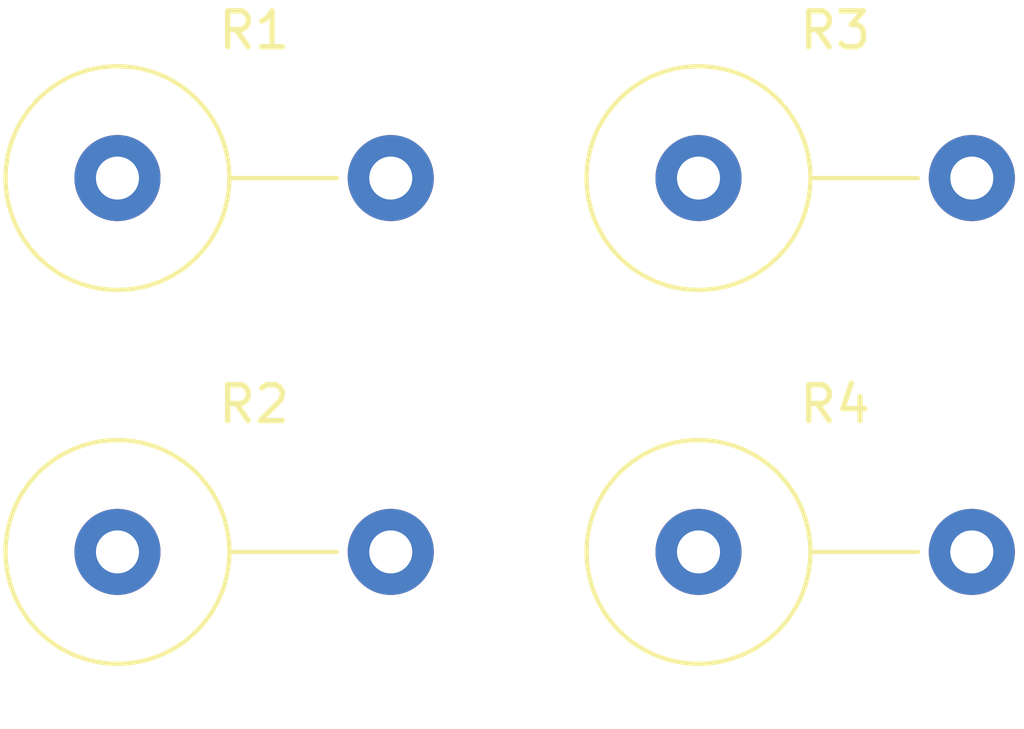
<source format=kicad_pcb>
(kicad_pcb (version 20171130) (host pcbnew "(5.0.0)")

  (general
    (thickness 1.6)
    (drawings 0)
    (tracks 0)
    (zones 0)
    (modules 4)
    (nets 9)
  )

  (page A4)
  (layers
    (0 F.Cu signal)
    (31 B.Cu signal)
    (32 B.Adhes user)
    (33 F.Adhes user)
    (34 B.Paste user)
    (35 F.Paste user)
    (36 B.SilkS user)
    (37 F.SilkS user)
    (38 B.Mask user)
    (39 F.Mask user)
    (40 Dwgs.User user)
    (41 Cmts.User user)
    (42 Eco1.User user)
    (43 Eco2.User user)
    (44 Edge.Cuts user)
    (45 Margin user)
    (46 B.CrtYd user)
    (47 F.CrtYd user)
    (48 B.Fab user)
    (49 F.Fab user)
  )

  (setup
    (last_trace_width 0.25)
    (trace_clearance 0.2)
    (zone_clearance 0.508)
    (zone_45_only no)
    (trace_min 0.2)
    (segment_width 0.2)
    (edge_width 0.15)
    (via_size 0.8)
    (via_drill 0.4)
    (via_min_size 0.4)
    (via_min_drill 0.3)
    (uvia_size 0.3)
    (uvia_drill 0.1)
    (uvias_allowed no)
    (uvia_min_size 0.2)
    (uvia_min_drill 0.1)
    (pcb_text_width 0.3)
    (pcb_text_size 1.5 1.5)
    (mod_edge_width 0.15)
    (mod_text_size 1 1)
    (mod_text_width 0.15)
    (pad_size 1.524 1.524)
    (pad_drill 0.762)
    (pad_to_mask_clearance 0.2)
    (aux_axis_origin 0 0)
    (visible_elements FFFFFF7F)
    (pcbplotparams
      (layerselection 0x010fc_ffffffff)
      (usegerberextensions false)
      (usegerberattributes false)
      (usegerberadvancedattributes false)
      (creategerberjobfile false)
      (excludeedgelayer true)
      (linewidth 0.100000)
      (plotframeref false)
      (viasonmask false)
      (mode 1)
      (useauxorigin false)
      (hpglpennumber 1)
      (hpglpenspeed 20)
      (hpglpendiameter 15.000000)
      (psnegative false)
      (psa4output false)
      (plotreference true)
      (plotvalue true)
      (plotinvisibletext false)
      (padsonsilk false)
      (subtractmaskfromsilk false)
      (outputformat 1)
      (mirror false)
      (drillshape 1)
      (scaleselection 1)
      (outputdirectory ""))
  )

  (net 0 "")
  (net 1 "Net-(R1-Pad1)")
  (net 2 "Net-(R1-Pad2)")
  (net 3 "Net-(R2-Pad2)")
  (net 4 "Net-(R2-Pad1)")
  (net 5 "Net-(R3-Pad1)")
  (net 6 "Net-(R3-Pad2)")
  (net 7 "Net-(R4-Pad2)")
  (net 8 "Net-(R4-Pad1)")

  (net_class Default "This is the default net class."
    (clearance 0.2)
    (trace_width 0.25)
    (via_dia 0.8)
    (via_drill 0.4)
    (uvia_dia 0.3)
    (uvia_drill 0.1)
    (add_net "Net-(R1-Pad1)")
    (add_net "Net-(R1-Pad2)")
    (add_net "Net-(R2-Pad1)")
    (add_net "Net-(R2-Pad2)")
    (add_net "Net-(R3-Pad1)")
    (add_net "Net-(R3-Pad2)")
    (add_net "Net-(R4-Pad1)")
    (add_net "Net-(R4-Pad2)")
  )

  (module Resistor_THT:R_Axial_DIN0617_L17.0mm_D6.0mm_P7.62mm_Vertical (layer F.Cu) (tedit 5AE5139B) (tstamp 5C244C2E)
    (at 121.075001 79.745001)
    (descr "Resistor, Axial_DIN0617 series, Axial, Vertical, pin pitch=7.62mm, 2W, length*diameter=17*6mm^2, http://www.vishay.com/docs/20128/wkxwrx.pdf")
    (tags "Resistor Axial_DIN0617 series Axial Vertical pin pitch 7.62mm 2W length 17mm diameter 6mm")
    (path /5C180519/5C18070B)
    (fp_text reference R4 (at 3.81 -4.12) (layer F.SilkS)
      (effects (font (size 1 1) (thickness 0.15)))
    )
    (fp_text value R (at 3.81 4.12) (layer F.Fab)
      (effects (font (size 1 1) (thickness 0.15)))
    )
    (fp_text user %R (at 0 -1.7) (layer F.Fab)
      (effects (font (size 1 1) (thickness 0.15)))
    )
    (fp_line (start 9.07 -3.25) (end -3.25 -3.25) (layer F.CrtYd) (width 0.05))
    (fp_line (start 9.07 3.25) (end 9.07 -3.25) (layer F.CrtYd) (width 0.05))
    (fp_line (start -3.25 3.25) (end 9.07 3.25) (layer F.CrtYd) (width 0.05))
    (fp_line (start -3.25 -3.25) (end -3.25 3.25) (layer F.CrtYd) (width 0.05))
    (fp_line (start 3.12 0) (end 6.12 0) (layer F.SilkS) (width 0.12))
    (fp_line (start 0 0) (end 7.62 0) (layer F.Fab) (width 0.1))
    (fp_circle (center 0 0) (end 3.12 0) (layer F.SilkS) (width 0.12))
    (fp_circle (center 0 0) (end 3 0) (layer F.Fab) (width 0.1))
    (pad 2 thru_hole oval (at 7.62 0) (size 2.4 2.4) (drill 1.2) (layers *.Cu *.Mask)
      (net 7 "Net-(R4-Pad2)"))
    (pad 1 thru_hole circle (at 0 0) (size 2.4 2.4) (drill 1.2) (layers *.Cu *.Mask)
      (net 8 "Net-(R4-Pad1)"))
    (model ${KISYS3DMOD}/Resistor_THT.3dshapes/R_Axial_DIN0617_L17.0mm_D6.0mm_P7.62mm_Vertical.wrl
      (at (xyz 0 0 0))
      (scale (xyz 1 1 1))
      (rotate (xyz 0 0 0))
    )
  )

  (module Resistor_THT:R_Axial_DIN0617_L17.0mm_D6.0mm_P7.62mm_Vertical (layer F.Cu) (tedit 5AE5139B) (tstamp 5C244C1F)
    (at 121.075001 69.315001)
    (descr "Resistor, Axial_DIN0617 series, Axial, Vertical, pin pitch=7.62mm, 2W, length*diameter=17*6mm^2, http://www.vishay.com/docs/20128/wkxwrx.pdf")
    (tags "Resistor Axial_DIN0617 series Axial Vertical pin pitch 7.62mm 2W length 17mm diameter 6mm")
    (path /5C1804FC/5C1806D1)
    (fp_text reference R3 (at 3.81 -4.12) (layer F.SilkS)
      (effects (font (size 1 1) (thickness 0.15)))
    )
    (fp_text value R (at 3.81 4.12) (layer F.Fab)
      (effects (font (size 1 1) (thickness 0.15)))
    )
    (fp_circle (center 0 0) (end 3 0) (layer F.Fab) (width 0.1))
    (fp_circle (center 0 0) (end 3.12 0) (layer F.SilkS) (width 0.12))
    (fp_line (start 0 0) (end 7.62 0) (layer F.Fab) (width 0.1))
    (fp_line (start 3.12 0) (end 6.12 0) (layer F.SilkS) (width 0.12))
    (fp_line (start -3.25 -3.25) (end -3.25 3.25) (layer F.CrtYd) (width 0.05))
    (fp_line (start -3.25 3.25) (end 9.07 3.25) (layer F.CrtYd) (width 0.05))
    (fp_line (start 9.07 3.25) (end 9.07 -3.25) (layer F.CrtYd) (width 0.05))
    (fp_line (start 9.07 -3.25) (end -3.25 -3.25) (layer F.CrtYd) (width 0.05))
    (fp_text user %R (at 0 -1.7) (layer F.Fab)
      (effects (font (size 1 1) (thickness 0.15)))
    )
    (pad 1 thru_hole circle (at 0 0) (size 2.4 2.4) (drill 1.2) (layers *.Cu *.Mask)
      (net 5 "Net-(R3-Pad1)"))
    (pad 2 thru_hole oval (at 7.62 0) (size 2.4 2.4) (drill 1.2) (layers *.Cu *.Mask)
      (net 6 "Net-(R3-Pad2)"))
    (model ${KISYS3DMOD}/Resistor_THT.3dshapes/R_Axial_DIN0617_L17.0mm_D6.0mm_P7.62mm_Vertical.wrl
      (at (xyz 0 0 0))
      (scale (xyz 1 1 1))
      (rotate (xyz 0 0 0))
    )
  )

  (module Resistor_THT:R_Axial_DIN0617_L17.0mm_D6.0mm_P7.62mm_Vertical (layer F.Cu) (tedit 5AE5139B) (tstamp 5C244C10)
    (at 104.875001 79.745001)
    (descr "Resistor, Axial_DIN0617 series, Axial, Vertical, pin pitch=7.62mm, 2W, length*diameter=17*6mm^2, http://www.vishay.com/docs/20128/wkxwrx.pdf")
    (tags "Resistor Axial_DIN0617 series Axial Vertical pin pitch 7.62mm 2W length 17mm diameter 6mm")
    (path /5C1804F5/5C180689)
    (fp_text reference R2 (at 3.81 -4.12) (layer F.SilkS)
      (effects (font (size 1 1) (thickness 0.15)))
    )
    (fp_text value R (at 3.81 4.12) (layer F.Fab)
      (effects (font (size 1 1) (thickness 0.15)))
    )
    (fp_text user %R (at 0 -1.7) (layer F.Fab)
      (effects (font (size 1 1) (thickness 0.15)))
    )
    (fp_line (start 9.07 -3.25) (end -3.25 -3.25) (layer F.CrtYd) (width 0.05))
    (fp_line (start 9.07 3.25) (end 9.07 -3.25) (layer F.CrtYd) (width 0.05))
    (fp_line (start -3.25 3.25) (end 9.07 3.25) (layer F.CrtYd) (width 0.05))
    (fp_line (start -3.25 -3.25) (end -3.25 3.25) (layer F.CrtYd) (width 0.05))
    (fp_line (start 3.12 0) (end 6.12 0) (layer F.SilkS) (width 0.12))
    (fp_line (start 0 0) (end 7.62 0) (layer F.Fab) (width 0.1))
    (fp_circle (center 0 0) (end 3.12 0) (layer F.SilkS) (width 0.12))
    (fp_circle (center 0 0) (end 3 0) (layer F.Fab) (width 0.1))
    (pad 2 thru_hole oval (at 7.62 0) (size 2.4 2.4) (drill 1.2) (layers *.Cu *.Mask)
      (net 3 "Net-(R2-Pad2)"))
    (pad 1 thru_hole circle (at 0 0) (size 2.4 2.4) (drill 1.2) (layers *.Cu *.Mask)
      (net 4 "Net-(R2-Pad1)"))
    (model ${KISYS3DMOD}/Resistor_THT.3dshapes/R_Axial_DIN0617_L17.0mm_D6.0mm_P7.62mm_Vertical.wrl
      (at (xyz 0 0 0))
      (scale (xyz 1 1 1))
      (rotate (xyz 0 0 0))
    )
  )

  (module Resistor_THT:R_Axial_DIN0617_L17.0mm_D6.0mm_P7.62mm_Vertical (layer F.Cu) (tedit 5AE5139B) (tstamp 5C244C01)
    (at 104.875001 69.315001)
    (descr "Resistor, Axial_DIN0617 series, Axial, Vertical, pin pitch=7.62mm, 2W, length*diameter=17*6mm^2, http://www.vishay.com/docs/20128/wkxwrx.pdf")
    (tags "Resistor Axial_DIN0617 series Axial Vertical pin pitch 7.62mm 2W length 17mm diameter 6mm")
    (path /5C1804E6/5C18062E)
    (fp_text reference R1 (at 3.81 -4.12) (layer F.SilkS)
      (effects (font (size 1 1) (thickness 0.15)))
    )
    (fp_text value R (at 3.81 4.12) (layer F.Fab)
      (effects (font (size 1 1) (thickness 0.15)))
    )
    (fp_circle (center 0 0) (end 3 0) (layer F.Fab) (width 0.1))
    (fp_circle (center 0 0) (end 3.12 0) (layer F.SilkS) (width 0.12))
    (fp_line (start 0 0) (end 7.62 0) (layer F.Fab) (width 0.1))
    (fp_line (start 3.12 0) (end 6.12 0) (layer F.SilkS) (width 0.12))
    (fp_line (start -3.25 -3.25) (end -3.25 3.25) (layer F.CrtYd) (width 0.05))
    (fp_line (start -3.25 3.25) (end 9.07 3.25) (layer F.CrtYd) (width 0.05))
    (fp_line (start 9.07 3.25) (end 9.07 -3.25) (layer F.CrtYd) (width 0.05))
    (fp_line (start 9.07 -3.25) (end -3.25 -3.25) (layer F.CrtYd) (width 0.05))
    (fp_text user %R (at 0 -1.7) (layer F.Fab)
      (effects (font (size 1 1) (thickness 0.15)))
    )
    (pad 1 thru_hole circle (at 0 0) (size 2.4 2.4) (drill 1.2) (layers *.Cu *.Mask)
      (net 1 "Net-(R1-Pad1)"))
    (pad 2 thru_hole oval (at 7.62 0) (size 2.4 2.4) (drill 1.2) (layers *.Cu *.Mask)
      (net 2 "Net-(R1-Pad2)"))
    (model ${KISYS3DMOD}/Resistor_THT.3dshapes/R_Axial_DIN0617_L17.0mm_D6.0mm_P7.62mm_Vertical.wrl
      (at (xyz 0 0 0))
      (scale (xyz 1 1 1))
      (rotate (xyz 0 0 0))
    )
  )

)

</source>
